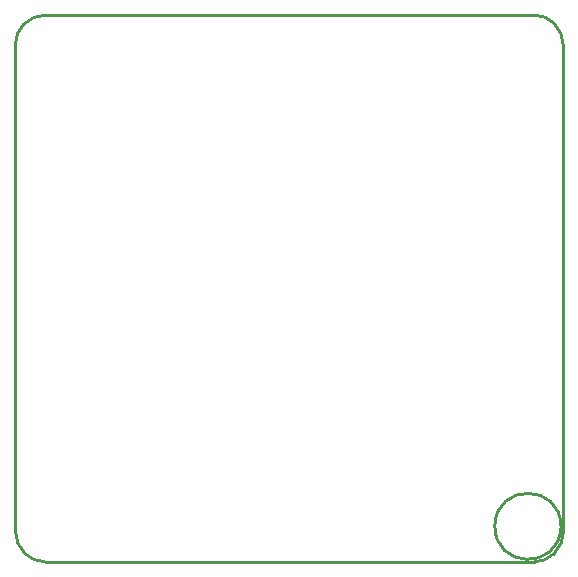
<source format=gko>
G04*
G04 #@! TF.GenerationSoftware,Altium Limited,Altium Designer,19.1.7 (138)*
G04*
G04 Layer_Color=16711935*
%FSLAX25Y25*%
%MOIN*%
G70*
G01*
G75*
%ADD11C,0.01000*%
D11*
X181881Y11811D02*
G03*
X181866Y11243I-11015J0D01*
G01*
X10360Y182283D02*
G03*
X2756Y179134I0J-10753D01*
G01*
D02*
G03*
X0Y172480I6653J-6653D01*
G01*
Y10360D02*
G03*
X3150Y2756I10753J0D01*
G01*
D02*
G03*
X9803Y0I6653J6653D01*
G01*
X173228D02*
G03*
X179277Y2506I0J8554D01*
G01*
X179921Y3150D02*
G03*
X182677Y9803I-6653J6653D01*
G01*
Y171924D02*
G03*
X179528Y179528I-10753J0D01*
G01*
D02*
G03*
X172874Y182283I-6653J-6653D01*
G01*
X10360D02*
X170866D01*
X0Y10360D02*
Y172480D01*
X9803Y0D02*
X173228D01*
X179277Y2506D02*
X179921Y3150D01*
X182677Y9803D02*
Y12598D01*
Y171924D01*
X170866Y182283D02*
X172874D01*
M02*

</source>
